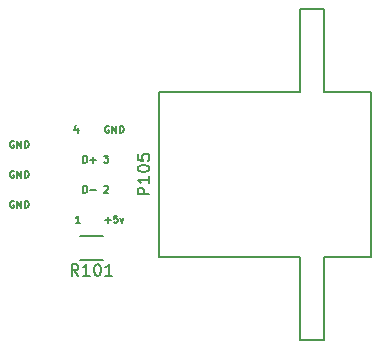
<source format=gbr>
G04 #@! TF.FileFunction,Legend,Top*
%FSLAX46Y46*%
G04 Gerber Fmt 4.6, Leading zero omitted, Abs format (unit mm)*
G04 Created by KiCad (PCBNEW 4.0.7) date Thu May  3 20:42:55 2018*
%MOMM*%
%LPD*%
G01*
G04 APERTURE LIST*
%ADD10C,0.100000*%
%ADD11C,0.127000*%
%ADD12C,0.150000*%
%ADD13C,1.244600*%
%ADD14C,3.276600*%
%ADD15C,1.625600*%
%ADD16C,4.701600*%
%ADD17C,1.752600*%
%ADD18R,1.301600X1.701600*%
G04 APERTURE END LIST*
D10*
D11*
X138373000Y-103141429D02*
X138373000Y-102541429D01*
X138515857Y-102541429D01*
X138601572Y-102570000D01*
X138658714Y-102627143D01*
X138687286Y-102684286D01*
X138715857Y-102798571D01*
X138715857Y-102884286D01*
X138687286Y-102998571D01*
X138658714Y-103055714D01*
X138601572Y-103112857D01*
X138515857Y-103141429D01*
X138373000Y-103141429D01*
X138973000Y-102912857D02*
X139430143Y-102912857D01*
X138373000Y-100601429D02*
X138373000Y-100001429D01*
X138515857Y-100001429D01*
X138601572Y-100030000D01*
X138658714Y-100087143D01*
X138687286Y-100144286D01*
X138715857Y-100258571D01*
X138715857Y-100344286D01*
X138687286Y-100458571D01*
X138658714Y-100515714D01*
X138601572Y-100572857D01*
X138515857Y-100601429D01*
X138373000Y-100601429D01*
X138973000Y-100372857D02*
X139430143Y-100372857D01*
X139201572Y-100601429D02*
X139201572Y-100144286D01*
X140223857Y-105452857D02*
X140681000Y-105452857D01*
X140452429Y-105681429D02*
X140452429Y-105224286D01*
X141252428Y-105081429D02*
X140966714Y-105081429D01*
X140938143Y-105367143D01*
X140966714Y-105338571D01*
X141023857Y-105310000D01*
X141166714Y-105310000D01*
X141223857Y-105338571D01*
X141252428Y-105367143D01*
X141281000Y-105424286D01*
X141281000Y-105567143D01*
X141252428Y-105624286D01*
X141223857Y-105652857D01*
X141166714Y-105681429D01*
X141023857Y-105681429D01*
X140966714Y-105652857D01*
X140938143Y-105624286D01*
X141481000Y-105281429D02*
X141623857Y-105681429D01*
X141766715Y-105281429D01*
X140538143Y-97490000D02*
X140481000Y-97461429D01*
X140395286Y-97461429D01*
X140309571Y-97490000D01*
X140252429Y-97547143D01*
X140223857Y-97604286D01*
X140195286Y-97718571D01*
X140195286Y-97804286D01*
X140223857Y-97918571D01*
X140252429Y-97975714D01*
X140309571Y-98032857D01*
X140395286Y-98061429D01*
X140452429Y-98061429D01*
X140538143Y-98032857D01*
X140566714Y-98004286D01*
X140566714Y-97804286D01*
X140452429Y-97804286D01*
X140823857Y-98061429D02*
X140823857Y-97461429D01*
X141166714Y-98061429D01*
X141166714Y-97461429D01*
X141452428Y-98061429D02*
X141452428Y-97461429D01*
X141595285Y-97461429D01*
X141681000Y-97490000D01*
X141738142Y-97547143D01*
X141766714Y-97604286D01*
X141795285Y-97718571D01*
X141795285Y-97804286D01*
X141766714Y-97918571D01*
X141738142Y-97975714D01*
X141681000Y-98032857D01*
X141595285Y-98061429D01*
X141452428Y-98061429D01*
X137877571Y-97661429D02*
X137877571Y-98061429D01*
X137734714Y-97432857D02*
X137591857Y-97861429D01*
X137963285Y-97861429D01*
X140103285Y-100001429D02*
X140474714Y-100001429D01*
X140274714Y-100230000D01*
X140360428Y-100230000D01*
X140417571Y-100258571D01*
X140446142Y-100287143D01*
X140474714Y-100344286D01*
X140474714Y-100487143D01*
X140446142Y-100544286D01*
X140417571Y-100572857D01*
X140360428Y-100601429D01*
X140189000Y-100601429D01*
X140131857Y-100572857D01*
X140103285Y-100544286D01*
X140131857Y-102598571D02*
X140160428Y-102570000D01*
X140217571Y-102541429D01*
X140360428Y-102541429D01*
X140417571Y-102570000D01*
X140446142Y-102598571D01*
X140474714Y-102655714D01*
X140474714Y-102712857D01*
X140446142Y-102798571D01*
X140103285Y-103141429D01*
X140474714Y-103141429D01*
X138061714Y-105681429D02*
X137718857Y-105681429D01*
X137890285Y-105681429D02*
X137890285Y-105081429D01*
X137833142Y-105167143D01*
X137776000Y-105224286D01*
X137718857Y-105252857D01*
X132486572Y-103840000D02*
X132429429Y-103811429D01*
X132343715Y-103811429D01*
X132258000Y-103840000D01*
X132200858Y-103897143D01*
X132172286Y-103954286D01*
X132143715Y-104068571D01*
X132143715Y-104154286D01*
X132172286Y-104268571D01*
X132200858Y-104325714D01*
X132258000Y-104382857D01*
X132343715Y-104411429D01*
X132400858Y-104411429D01*
X132486572Y-104382857D01*
X132515143Y-104354286D01*
X132515143Y-104154286D01*
X132400858Y-104154286D01*
X132772286Y-104411429D02*
X132772286Y-103811429D01*
X133115143Y-104411429D01*
X133115143Y-103811429D01*
X133400857Y-104411429D02*
X133400857Y-103811429D01*
X133543714Y-103811429D01*
X133629429Y-103840000D01*
X133686571Y-103897143D01*
X133715143Y-103954286D01*
X133743714Y-104068571D01*
X133743714Y-104154286D01*
X133715143Y-104268571D01*
X133686571Y-104325714D01*
X133629429Y-104382857D01*
X133543714Y-104411429D01*
X133400857Y-104411429D01*
X132486572Y-101300000D02*
X132429429Y-101271429D01*
X132343715Y-101271429D01*
X132258000Y-101300000D01*
X132200858Y-101357143D01*
X132172286Y-101414286D01*
X132143715Y-101528571D01*
X132143715Y-101614286D01*
X132172286Y-101728571D01*
X132200858Y-101785714D01*
X132258000Y-101842857D01*
X132343715Y-101871429D01*
X132400858Y-101871429D01*
X132486572Y-101842857D01*
X132515143Y-101814286D01*
X132515143Y-101614286D01*
X132400858Y-101614286D01*
X132772286Y-101871429D02*
X132772286Y-101271429D01*
X133115143Y-101871429D01*
X133115143Y-101271429D01*
X133400857Y-101871429D02*
X133400857Y-101271429D01*
X133543714Y-101271429D01*
X133629429Y-101300000D01*
X133686571Y-101357143D01*
X133715143Y-101414286D01*
X133743714Y-101528571D01*
X133743714Y-101614286D01*
X133715143Y-101728571D01*
X133686571Y-101785714D01*
X133629429Y-101842857D01*
X133543714Y-101871429D01*
X133400857Y-101871429D01*
X132486572Y-98760000D02*
X132429429Y-98731429D01*
X132343715Y-98731429D01*
X132258000Y-98760000D01*
X132200858Y-98817143D01*
X132172286Y-98874286D01*
X132143715Y-98988571D01*
X132143715Y-99074286D01*
X132172286Y-99188571D01*
X132200858Y-99245714D01*
X132258000Y-99302857D01*
X132343715Y-99331429D01*
X132400858Y-99331429D01*
X132486572Y-99302857D01*
X132515143Y-99274286D01*
X132515143Y-99074286D01*
X132400858Y-99074286D01*
X132772286Y-99331429D02*
X132772286Y-98731429D01*
X133115143Y-99331429D01*
X133115143Y-98731429D01*
X133400857Y-99331429D02*
X133400857Y-98731429D01*
X133543714Y-98731429D01*
X133629429Y-98760000D01*
X133686571Y-98817143D01*
X133715143Y-98874286D01*
X133743714Y-98988571D01*
X133743714Y-99074286D01*
X133715143Y-99188571D01*
X133686571Y-99245714D01*
X133629429Y-99302857D01*
X133543714Y-99331429D01*
X133400857Y-99331429D01*
D12*
X158750000Y-108600000D02*
X158750000Y-115600000D01*
X162750000Y-108600000D02*
X158750000Y-108600000D01*
X162750000Y-94600000D02*
X162750000Y-108600000D01*
X158750000Y-94600000D02*
X162750000Y-94600000D01*
X158750000Y-87600000D02*
X158750000Y-94600000D01*
X156750000Y-87600000D02*
X158750000Y-87600000D01*
X156750000Y-94600000D02*
X156750000Y-87600000D01*
X144750000Y-94600000D02*
X156750000Y-94600000D01*
X144750000Y-108600000D02*
X144750000Y-94600000D01*
X156750000Y-108600000D02*
X144750000Y-108600000D01*
X156750000Y-115600000D02*
X156750000Y-108600000D01*
X158750000Y-115600000D02*
X156750000Y-115600000D01*
X140065000Y-106798000D02*
X138065000Y-106798000D01*
X138065000Y-108848000D02*
X140065000Y-108848000D01*
X143962381Y-103290476D02*
X142962381Y-103290476D01*
X142962381Y-102909523D01*
X143010000Y-102814285D01*
X143057619Y-102766666D01*
X143152857Y-102719047D01*
X143295714Y-102719047D01*
X143390952Y-102766666D01*
X143438571Y-102814285D01*
X143486190Y-102909523D01*
X143486190Y-103290476D01*
X143962381Y-101766666D02*
X143962381Y-102338095D01*
X143962381Y-102052381D02*
X142962381Y-102052381D01*
X143105238Y-102147619D01*
X143200476Y-102242857D01*
X143248095Y-102338095D01*
X142962381Y-101147619D02*
X142962381Y-101052380D01*
X143010000Y-100957142D01*
X143057619Y-100909523D01*
X143152857Y-100861904D01*
X143343333Y-100814285D01*
X143581429Y-100814285D01*
X143771905Y-100861904D01*
X143867143Y-100909523D01*
X143914762Y-100957142D01*
X143962381Y-101052380D01*
X143962381Y-101147619D01*
X143914762Y-101242857D01*
X143867143Y-101290476D01*
X143771905Y-101338095D01*
X143581429Y-101385714D01*
X143343333Y-101385714D01*
X143152857Y-101338095D01*
X143057619Y-101290476D01*
X143010000Y-101242857D01*
X142962381Y-101147619D01*
X142962381Y-99909523D02*
X142962381Y-100385714D01*
X143438571Y-100433333D01*
X143390952Y-100385714D01*
X143343333Y-100290476D01*
X143343333Y-100052380D01*
X143390952Y-99957142D01*
X143438571Y-99909523D01*
X143533810Y-99861904D01*
X143771905Y-99861904D01*
X143867143Y-99909523D01*
X143914762Y-99957142D01*
X143962381Y-100052380D01*
X143962381Y-100290476D01*
X143914762Y-100385714D01*
X143867143Y-100433333D01*
X137945953Y-110180381D02*
X137612619Y-109704190D01*
X137374524Y-110180381D02*
X137374524Y-109180381D01*
X137755477Y-109180381D01*
X137850715Y-109228000D01*
X137898334Y-109275619D01*
X137945953Y-109370857D01*
X137945953Y-109513714D01*
X137898334Y-109608952D01*
X137850715Y-109656571D01*
X137755477Y-109704190D01*
X137374524Y-109704190D01*
X138898334Y-110180381D02*
X138326905Y-110180381D01*
X138612619Y-110180381D02*
X138612619Y-109180381D01*
X138517381Y-109323238D01*
X138422143Y-109418476D01*
X138326905Y-109466095D01*
X139517381Y-109180381D02*
X139612620Y-109180381D01*
X139707858Y-109228000D01*
X139755477Y-109275619D01*
X139803096Y-109370857D01*
X139850715Y-109561333D01*
X139850715Y-109799429D01*
X139803096Y-109989905D01*
X139755477Y-110085143D01*
X139707858Y-110132762D01*
X139612620Y-110180381D01*
X139517381Y-110180381D01*
X139422143Y-110132762D01*
X139374524Y-110085143D01*
X139326905Y-109989905D01*
X139279286Y-109799429D01*
X139279286Y-109561333D01*
X139326905Y-109370857D01*
X139374524Y-109275619D01*
X139422143Y-109228000D01*
X139517381Y-109180381D01*
X140803096Y-110180381D02*
X140231667Y-110180381D01*
X140517381Y-110180381D02*
X140517381Y-109180381D01*
X140422143Y-109323238D01*
X140326905Y-109418476D01*
X140231667Y-109466095D01*
%LPC*%
D13*
X134620000Y-104140000D03*
X134620000Y-99060000D03*
X134620000Y-101600000D03*
D14*
X132080000Y-107950000D03*
X132080000Y-95250000D03*
D13*
X129540000Y-101600000D03*
D15*
X139065000Y-105410000D03*
X141605000Y-102870000D03*
X141605000Y-100330000D03*
X139065000Y-97790000D03*
D16*
X153250000Y-105600000D03*
X153250000Y-97600000D03*
D17*
X146760000Y-100350000D03*
X148760000Y-100350000D03*
X146760000Y-102850000D03*
X148760000Y-102850000D03*
D18*
X137465000Y-107823000D03*
X140665000Y-107823000D03*
D15*
X136525000Y-102870000D03*
M02*

</source>
